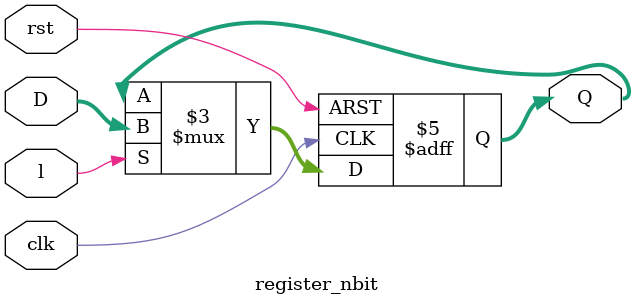
<source format=v>
module register_nbit(clk, rst, l, D, Q);
	parameter N = 8; // number of bits
	input clk; // positive edge clock
	input rst; // positive logic asynchronous reset
	input l; // load enable
	input [N-1:0] D; // data input
	output reg [N-1:0] Q; // registered output
	
	always @(posedge clk or posedge rst) begin
		if(rst)
			Q <= 0;
		else if(l)
			Q <= D;
		else
			Q <= Q;
	end
endmodule


</source>
